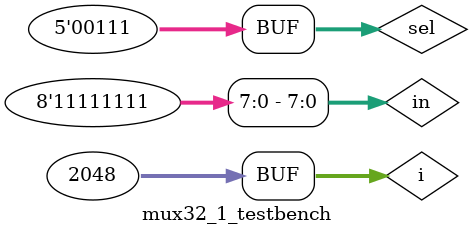
<source format=sv>
module mux32_1 (sel, in, out);

	input logic [4:0] sel;
	input logic [31:0] in;
	output logic out;
	
	logic a1, a0;
	
	mux16_1 m0 (.sel(sel[3:0]), .in(in[15:0]), .out(a0));
	mux16_1 m1 (.sel(sel[3:0]), .in(in[31:16]), .out(a1));
	
	mux2_1 m_msb (.sel(sel[4]), .in({a1, a0}), .out);

endmodule

module mux32_1_testbench ();

	logic [4:0] sel;
	logic [31:0] in;
	logic out;
	
	mux32_1 dut (.*);
	
	integer i;
	
	initial begin
		for(i=0; i<2048; i++) begin
			{sel, in[7:0]} = i; #10;
		end
	end

endmodule

</source>
